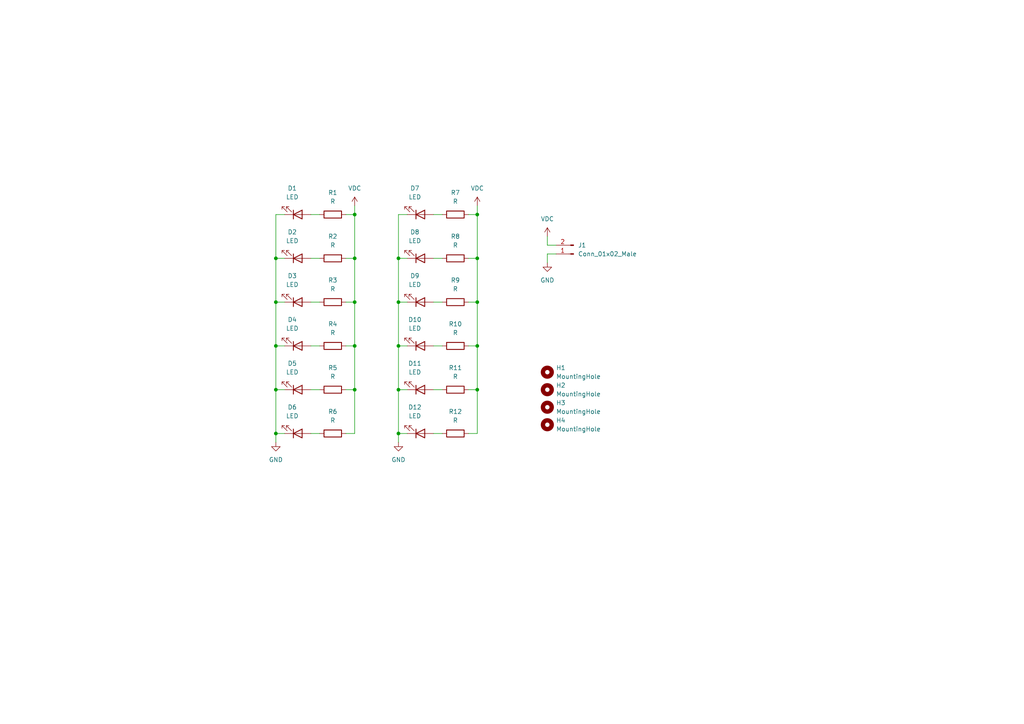
<source format=kicad_sch>
(kicad_sch (version 20211123) (generator eeschema)
  (paper "A4")
  (title_block (date "2022-07-08") (company "Leon Rinkel"))
  (lib_symbols
    (symbol "Connector:Conn_01x02_Male" (pin_names (offset 1.016) hide)
      (property "Reference" "J" (at 0 2.54 0))
      (property "Value" "Conn_01x02_Male" (at 0 -5.08 0))
      (symbol "Conn_01x02_Male_1_1"
        (polyline (pts (xy 1.27 -2.54) (xy 0.8636 -2.54)) (stroke (width 0.1524)))
        (polyline (pts (xy 1.27 0) (xy 0.8636 0)) (stroke (width 0.1524)))
        (rectangle (start 0.8636 -2.413) (end 0 -2.667) (stroke (width 0.1524)) (fill (type outline)))
        (rectangle (start 0.8636 0.127) (end 0 -0.127) (stroke (width 0.1524)) (fill (type outline)))
        (pin passive line (at 5.08 0 180) (length 3.81) (name "Pin_1") (number "1"))
        (pin passive line (at 5.08 -2.54 180) (length 3.81) (name "Pin_2") (number "2"))
      )
    )
    (symbol "Device:LED" (pin_numbers hide) (pin_names (offset 1.016) hide)
      (property "Reference" "D" (at 0 2.54 0))
      (property "Value" "LED" (at 0 -2.54 0))
      (symbol "LED_0_1"
        (polyline (pts (xy -1.27 -1.27) (xy -1.27 1.27)) (stroke (width 0.254)))
        (polyline (pts (xy -1.27 0) (xy 1.27 0)))
        (polyline (pts (xy 1.27 -1.27) (xy 1.27 1.27) (xy -1.27 0) (xy 1.27 -1.27)) (stroke (width 0.254)))
        (polyline (pts (xy -3.048 -0.762) (xy -4.572 -2.286) (xy -3.81 -2.286) (xy -4.572 -2.286) (xy -4.572 -1.524)))
        (polyline (pts (xy -1.778 -0.762) (xy -3.302 -2.286) (xy -2.54 -2.286) (xy -3.302 -2.286) (xy -3.302 -1.524)))
      )
      (symbol "LED_1_1"
        (pin passive line (at -3.81 0 0) (length 2.54) (name "K") (number "1"))
        (pin passive line (at 3.81 0 180) (length 2.54) (name "A") (number "2"))
      )
    )
    (symbol "Device:R" (pin_numbers hide) (pin_names (offset 0))
      (property "Reference" "R" (at 2.032 0 90))
      (property "Value" "R" (at 0 0 90))
      (symbol "R_0_1"
        (rectangle (start -1.016 -2.54) (end 1.016 2.54) (stroke (width 0.254)))
      )
      (symbol "R_1_1"
        (pin passive line (at 0 3.81 270) (length 1.27) (name "~") (number "1"))
        (pin passive line (at 0 -3.81 90) (length 1.27) (name "~") (number "2"))
      )
    )
    (symbol "Mechanical:MountingHole" (pin_names (offset 1.016))
      (property "Reference" "H" (at 0 5.08 0))
      (property "Value" "MountingHole" (at 0 3.175 0))
      (symbol "MountingHole_0_1"
        (circle (center 0 0) (radius 1.27) (stroke (width 1.27)))
      )
    )
    (symbol "power:GND" (power) (pin_names (offset 0))
      (property "Value" "GND" (at 0 -3.81 0))
      (symbol "GND_0_1"
        (polyline (pts (xy 0 0) (xy 0 -1.27) (xy 1.27 -1.27) (xy 0 -2.54) (xy -1.27 -1.27) (xy 0 -1.27)))
      )
      (symbol "GND_1_1"
        (pin power_in line (at 0 0 270) (length 0) hide (name "GND") (number "1"))
      )
    )
    (symbol "power:VDC" (power) (pin_names (offset 0))
      (property "Value" "VDC" (at 0 6.35 0))
      (symbol "VDC_0_1"
        (polyline (pts (xy -0.762 1.27) (xy 0 2.54)))
        (polyline (pts (xy 0 0) (xy 0 2.54)))
        (polyline (pts (xy 0 2.54) (xy 0.762 1.27)))
      )
      (symbol "VDC_1_1"
        (pin power_in line (at 0 0 90) (length 0) hide (name "VDC") (number "1"))
      )
    )
  )
  (junction (at 102.87 100.33))
  (junction (at 115.57 100.33))
  (junction (at 102.87 62.23))
  (junction (at 115.57 87.63))
  (junction (at 138.43 62.23))
  (junction (at 80.01 125.73))
  (junction (at 80.01 113.03))
  (junction (at 80.01 100.33))
  (junction (at 138.43 100.33))
  (junction (at 138.43 87.63))
  (junction (at 138.43 74.93))
  (junction (at 102.87 87.63))
  (junction (at 115.57 113.03))
  (junction (at 102.87 113.03))
  (junction (at 80.01 74.93))
  (junction (at 102.87 74.93))
  (junction (at 138.43 113.03))
  (junction (at 115.57 125.73))
  (junction (at 80.01 87.63))
  (junction (at 115.57 74.93))
  (wire (pts (xy 80.01 74.93) (xy 80.01 87.63)))
  (wire (pts (xy 80.01 74.93) (xy 82.55 74.93)))
  (wire (pts (xy 125.73 62.23) (xy 128.27 62.23)))
  (wire (pts (xy 80.01 113.03) (xy 82.55 113.03)))
  (wire (pts (xy 135.89 113.03) (xy 138.43 113.03)))
  (wire (pts (xy 138.43 100.33) (xy 138.43 113.03)))
  (wire (pts (xy 135.89 62.23) (xy 138.43 62.23)))
  (wire (pts (xy 102.87 100.33) (xy 102.87 113.03)))
  (wire (pts (xy 100.33 74.93) (xy 102.87 74.93)))
  (wire (pts (xy 115.57 100.33) (xy 118.11 100.33)))
  (wire (pts (xy 90.17 100.33) (xy 92.71 100.33)))
  (wire (pts (xy 80.01 62.23) (xy 80.01 74.93)))
  (wire (pts (xy 158.75 76.2) (xy 158.75 73.66)))
  (wire (pts (xy 80.01 87.63) (xy 80.01 100.33)))
  (wire (pts (xy 100.33 62.23) (xy 102.87 62.23)))
  (wire (pts (xy 80.01 100.33) (xy 82.55 100.33)))
  (wire (pts (xy 82.55 62.23) (xy 80.01 62.23)))
  (wire (pts (xy 80.01 125.73) (xy 80.01 128.27)))
  (wire (pts (xy 90.17 113.03) (xy 92.71 113.03)))
  (wire (pts (xy 158.75 71.12) (xy 158.75 68.58)))
  (wire (pts (xy 135.89 74.93) (xy 138.43 74.93)))
  (wire (pts (xy 115.57 113.03) (xy 115.57 125.73)))
  (wire (pts (xy 100.33 100.33) (xy 102.87 100.33)))
  (wire (pts (xy 90.17 125.73) (xy 92.71 125.73)))
  (wire (pts (xy 115.57 125.73) (xy 115.57 128.27)))
  (wire (pts (xy 115.57 113.03) (xy 118.11 113.03)))
  (wire (pts (xy 115.57 74.93) (xy 118.11 74.93)))
  (wire (pts (xy 80.01 125.73) (xy 82.55 125.73)))
  (wire (pts (xy 102.87 62.23) (xy 102.87 74.93)))
  (wire (pts (xy 115.57 125.73) (xy 118.11 125.73)))
  (wire (pts (xy 115.57 87.63) (xy 118.11 87.63)))
  (wire (pts (xy 115.57 62.23) (xy 115.57 74.93)))
  (wire (pts (xy 90.17 62.23) (xy 92.71 62.23)))
  (wire (pts (xy 102.87 74.93) (xy 102.87 87.63)))
  (wire (pts (xy 138.43 113.03) (xy 138.43 125.73)))
  (wire (pts (xy 80.01 87.63) (xy 82.55 87.63)))
  (wire (pts (xy 125.73 125.73) (xy 128.27 125.73)))
  (wire (pts (xy 138.43 87.63) (xy 138.43 100.33)))
  (wire (pts (xy 102.87 113.03) (xy 102.87 125.73)))
  (wire (pts (xy 115.57 100.33) (xy 115.57 113.03)))
  (wire (pts (xy 102.87 125.73) (xy 100.33 125.73)))
  (wire (pts (xy 90.17 74.93) (xy 92.71 74.93)))
  (wire (pts (xy 100.33 113.03) (xy 102.87 113.03)))
  (wire (pts (xy 135.89 87.63) (xy 138.43 87.63)))
  (wire (pts (xy 125.73 113.03) (xy 128.27 113.03)))
  (wire (pts (xy 115.57 74.93) (xy 115.57 87.63)))
  (wire (pts (xy 80.01 113.03) (xy 80.01 125.73)))
  (wire (pts (xy 125.73 74.93) (xy 128.27 74.93)))
  (wire (pts (xy 118.11 62.23) (xy 115.57 62.23)))
  (wire (pts (xy 138.43 59.69) (xy 138.43 62.23)))
  (wire (pts (xy 135.89 100.33) (xy 138.43 100.33)))
  (wire (pts (xy 138.43 62.23) (xy 138.43 74.93)))
  (wire (pts (xy 158.75 73.66) (xy 161.29 73.66)))
  (wire (pts (xy 102.87 59.69) (xy 102.87 62.23)))
  (wire (pts (xy 161.29 71.12) (xy 158.75 71.12)))
  (wire (pts (xy 138.43 125.73) (xy 135.89 125.73)))
  (wire (pts (xy 115.57 87.63) (xy 115.57 100.33)))
  (wire (pts (xy 80.01 100.33) (xy 80.01 113.03)))
  (wire (pts (xy 90.17 87.63) (xy 92.71 87.63)))
  (wire (pts (xy 102.87 87.63) (xy 102.87 100.33)))
  (wire (pts (xy 125.73 87.63) (xy 128.27 87.63)))
  (wire (pts (xy 138.43 74.93) (xy 138.43 87.63)))
  (wire (pts (xy 100.33 87.63) (xy 102.87 87.63)))
  (wire (pts (xy 125.73 100.33) (xy 128.27 100.33)))
  (symbol (lib_id "Device:R") (at 96.52 125.73 90) (unit 1)
    (property "Reference" "R6" (at 96.52 119.38 90))
    (property "Value" "R" (at 96.52 121.92 90))
    (property "Footprint" "Resistor_THT:R_Axial_DIN0207_L6.3mm_D2.5mm_P10.16mm_Horizontal" (effects hide))
  )
  (symbol (lib_id "power:VDC") (at 158.75 68.58 0) (unit 1)
    (property "Reference" "#PWR0105" (effects hide))
    (property "Value" "VDC" (at 158.75 63.5 0))
  )
  (symbol (lib_id "Device:R") (at 132.08 125.73 90) (unit 1)
    (property "Reference" "R12" (at 132.08 119.38 90))
    (property "Value" "R" (at 132.08 121.92 90))
    (property "Footprint" "Resistor_THT:R_Axial_DIN0207_L6.3mm_D2.5mm_P10.16mm_Horizontal" (effects hide))
  )
  (symbol (lib_id "power:GND") (at 158.75 76.2 0) (unit 1)
    (property "Reference" "#PWR0106" (effects hide))
    (property "Value" "GND" (at 158.75 81.28 0))
  )
  (symbol (lib_id "Device:R") (at 132.08 74.93 90) (unit 1)
    (property "Reference" "R8" (at 132.08 68.58 90))
    (property "Value" "R" (at 132.08 71.12 90))
    (property "Footprint" "Resistor_THT:R_Axial_DIN0207_L6.3mm_D2.5mm_P10.16mm_Horizontal" (effects hide))
  )
  (symbol (lib_id "Device:LED") (at 121.92 113.03 0) (mirror x) (unit 1)
    (property "Reference" "D11" (at 120.3325 105.41 0))
    (property "Value" "LED" (at 120.3325 107.95 0))
    (property "Footprint" "LED_THT:LED_D5.0mm_Clear" (effects hide))
  )
  (symbol (lib_id "Mechanical:MountingHole") (at 158.75 113.03 0) (unit 1)
    (property "Reference" "H2" (at 161.29 111.7599 0) (effects (justify left)))
    (property "Value" "MountingHole" (at 161.29 114.2999 0) (effects (justify left)))
    (property "Footprint" "MountingHole:MountingHole_2.7mm_M2.5" (effects hide))
  )
  (symbol (lib_id "Device:R") (at 132.08 62.23 90) (unit 1)
    (property "Reference" "R7" (at 132.08 55.88 90))
    (property "Value" "R" (at 132.08 58.42 90))
    (property "Footprint" "Resistor_THT:R_Axial_DIN0207_L6.3mm_D2.5mm_P10.16mm_Horizontal" (effects hide))
  )
  (symbol (lib_id "Device:LED") (at 86.36 125.73 0) (mirror x) (unit 1)
    (property "Reference" "D6" (at 84.7725 118.11 0))
    (property "Value" "LED" (at 84.7725 120.65 0))
    (property "Footprint" "LED_THT:LED_D5.0mm_Clear" (effects hide))
  )
  (symbol (lib_id "Device:LED") (at 86.36 100.33 0) (mirror x) (unit 1)
    (property "Reference" "D4" (at 84.7725 92.71 0))
    (property "Value" "LED" (at 84.7725 95.25 0))
    (property "Footprint" "LED_THT:LED_D5.0mm_Clear" (effects hide))
  )
  (symbol (lib_id "Device:LED") (at 121.92 100.33 0) (mirror x) (unit 1)
    (property "Reference" "D10" (at 120.3325 92.71 0))
    (property "Value" "LED" (at 120.3325 95.25 0))
    (property "Footprint" "LED_THT:LED_D5.0mm_Clear" (effects hide))
  )
  (symbol (lib_id "Device:LED") (at 86.36 113.03 0) (mirror x) (unit 1)
    (property "Reference" "D5" (at 84.7725 105.41 0))
    (property "Value" "LED" (at 84.7725 107.95 0))
    (property "Footprint" "LED_THT:LED_D5.0mm_Clear" (effects hide))
  )
  (symbol (lib_id "Device:R") (at 132.08 113.03 90) (unit 1)
    (property "Reference" "R11" (at 132.08 106.68 90))
    (property "Value" "R" (at 132.08 109.22 90))
    (property "Footprint" "Resistor_THT:R_Axial_DIN0207_L6.3mm_D2.5mm_P10.16mm_Horizontal" (effects hide))
  )
  (symbol (lib_id "power:VDC") (at 102.87 59.69 0) (unit 1)
    (property "Reference" "#PWR0104" (effects hide))
    (property "Value" "VDC" (at 102.87 54.61 0))
  )
  (symbol (lib_id "Device:R") (at 96.52 100.33 90) (unit 1)
    (property "Reference" "R4" (at 96.52 93.98 90))
    (property "Value" "R" (at 96.52 96.52 90))
    (property "Footprint" "Resistor_THT:R_Axial_DIN0207_L6.3mm_D2.5mm_P10.16mm_Horizontal" (effects hide))
  )
  (symbol (lib_id "Device:R") (at 96.52 62.23 90) (unit 1)
    (property "Reference" "R1" (at 96.52 55.88 90))
    (property "Value" "R" (at 96.52 58.42 90))
    (property "Footprint" "Resistor_THT:R_Axial_DIN0207_L6.3mm_D2.5mm_P10.16mm_Horizontal" (effects hide))
  )
  (symbol (lib_id "Mechanical:MountingHole") (at 158.75 123.19 0) (unit 1)
    (property "Reference" "H4" (at 161.29 121.9199 0) (effects (justify left)))
    (property "Value" "MountingHole" (at 161.29 124.4599 0) (effects (justify left)))
    (property "Footprint" "MountingHole:MountingHole_2.7mm_M2.5" (effects hide))
  )
  (symbol (lib_id "Device:LED") (at 121.92 62.23 0) (mirror x) (unit 1)
    (property "Reference" "D7" (at 120.3325 54.61 0))
    (property "Value" "LED" (at 120.3325 57.15 0))
    (property "Footprint" "LED_THT:LED_D5.0mm_Clear" (effects hide))
  )
  (symbol (lib_id "Device:R") (at 132.08 100.33 90) (unit 1)
    (property "Reference" "R10" (at 132.08 93.98 90))
    (property "Value" "R" (at 132.08 96.52 90))
    (property "Footprint" "Resistor_THT:R_Axial_DIN0207_L6.3mm_D2.5mm_P10.16mm_Horizontal" (effects hide))
  )
  (symbol (lib_id "Mechanical:MountingHole") (at 158.75 118.11 0) (unit 1)
    (property "Reference" "H3" (at 161.29 116.8399 0) (effects (justify left)))
    (property "Value" "MountingHole" (at 161.29 119.3799 0) (effects (justify left)))
    (property "Footprint" "MountingHole:MountingHole_2.7mm_M2.5" (effects hide))
  )
  (symbol (lib_id "power:VDC") (at 138.43 59.69 0) (unit 1)
    (property "Reference" "#PWR0103" (effects hide))
    (property "Value" "VDC" (at 138.43 54.61 0))
  )
  (symbol (lib_id "Device:LED") (at 86.36 87.63 0) (mirror x) (unit 1)
    (property "Reference" "D3" (at 84.7725 80.01 0))
    (property "Value" "LED" (at 84.7725 82.55 0))
    (property "Footprint" "LED_THT:LED_D5.0mm_Clear" (effects hide))
  )
  (symbol (lib_id "Device:LED") (at 86.36 62.23 0) (mirror x) (unit 1)
    (property "Reference" "D1" (at 84.7725 54.61 0))
    (property "Value" "LED" (at 84.7725 57.15 0))
    (property "Footprint" "LED_THT:LED_D5.0mm_Clear" (effects hide))
  )
  (symbol (lib_id "Device:LED") (at 121.92 125.73 0) (mirror x) (unit 1)
    (property "Reference" "D12" (at 120.3325 118.11 0))
    (property "Value" "LED" (at 120.3325 120.65 0))
    (property "Footprint" "LED_THT:LED_D5.0mm_Clear" (effects hide))
  )
  (symbol (lib_id "Device:LED") (at 121.92 87.63 0) (mirror x) (unit 1)
    (property "Reference" "D9" (at 120.3325 80.01 0))
    (property "Value" "LED" (at 120.3325 82.55 0))
    (property "Footprint" "LED_THT:LED_D5.0mm_Clear" (effects hide))
  )
  (symbol (lib_id "Device:R") (at 132.08 87.63 90) (unit 1)
    (property "Reference" "R9" (at 132.08 81.28 90))
    (property "Value" "R" (at 132.08 83.82 90))
    (property "Footprint" "Resistor_THT:R_Axial_DIN0207_L6.3mm_D2.5mm_P10.16mm_Horizontal" (effects hide))
  )
  (symbol (lib_id "Device:R") (at 96.52 87.63 90) (unit 1)
    (property "Reference" "R3" (at 96.52 81.28 90))
    (property "Value" "R" (at 96.52 83.82 90))
    (property "Footprint" "Resistor_THT:R_Axial_DIN0207_L6.3mm_D2.5mm_P10.16mm_Horizontal" (effects hide))
  )
  (symbol (lib_id "power:GND") (at 115.57 128.27 0) (unit 1)
    (property "Reference" "#PWR0102" (effects hide))
    (property "Value" "GND" (at 115.57 133.35 0))
  )
  (symbol (lib_id "power:GND") (at 80.01 128.27 0) (unit 1)
    (property "Reference" "#PWR0101" (effects hide))
    (property "Value" "GND" (at 80.01 133.35 0))
  )
  (symbol (lib_id "Device:R") (at 96.52 113.03 90) (unit 1)
    (property "Reference" "R5" (at 96.52 106.68 90))
    (property "Value" "R" (at 96.52 109.22 90))
    (property "Footprint" "Resistor_THT:R_Axial_DIN0207_L6.3mm_D2.5mm_P10.16mm_Horizontal" (effects hide))
  )
  (symbol (lib_id "Mechanical:MountingHole") (at 158.75 107.95 0) (unit 1)
    (property "Reference" "H1" (at 161.29 106.6799 0) (effects (justify left)))
    (property "Value" "MountingHole" (at 161.29 109.2199 0) (effects (justify left)))
    (property "Footprint" "MountingHole:MountingHole_2.7mm_M2.5" (effects hide))
  )
  (symbol (lib_id "Device:LED") (at 86.36 74.93 0) (mirror x) (unit 1)
    (property "Reference" "D2" (at 84.7725 67.31 0))
    (property "Value" "LED" (at 84.7725 69.85 0))
    (property "Footprint" "LED_THT:LED_D5.0mm_Clear" (effects hide))
  )
  (symbol (lib_id "Device:R") (at 96.52 74.93 90) (unit 1)
    (property "Reference" "R2" (at 96.52 68.58 90))
    (property "Value" "R" (at 96.52 71.12 90))
    (property "Footprint" "Resistor_THT:R_Axial_DIN0207_L6.3mm_D2.5mm_P10.16mm_Horizontal" (effects hide))
  )
  (symbol (lib_id "Connector:Conn_01x02_Male") (at 166.37 73.66 180) (unit 1)
    (property "Reference" "J1" (at 167.64 71.1199 0) (effects (justify right)))
    (property "Value" "Conn_01x02_Male" (at 167.64 73.6599 0) (effects (justify right)))
    (property "Footprint" "Connector_PinHeader_2.54mm:PinHeader_1x02_P2.54mm_Horizontal" (effects hide))
  )
  (symbol (lib_id "Device:LED") (at 121.92 74.93 0) (mirror x) (unit 1)
    (property "Reference" "D8" (at 120.3325 67.31 0))
    (property "Value" "LED" (at 120.3325 69.85 0))
    (property "Footprint" "LED_THT:LED_D5.0mm_Clear" (effects hide))
  )
)
</source>
